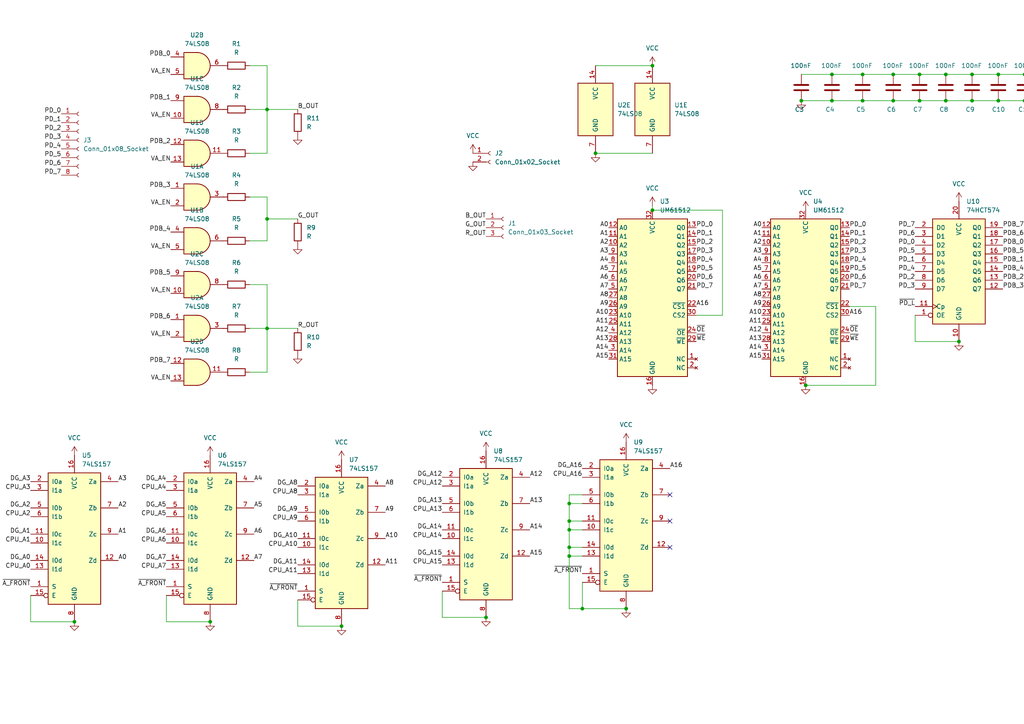
<source format=kicad_sch>
(kicad_sch (version 20250114) (generator "eeschema") (generator_version "9.0")
  (paper "A4")
  (lib_symbols
    (symbol "74xx:74HCT574" (pin_names (offset 1.016))
      (property "Reference" "U" (at -7.62 16.51 0))
      (property "Value" "74HCT574" (at -7.62 -16.51 0))
      (symbol "74HCT574_1_0"
        (pin input line (at -12.7 12.7 0) (length 5.08) (name "D0") (number "2"))
        (pin input line (at -12.7 10.16 0) (length 5.08) (name "D1") (number "3"))
        (pin input line (at -12.7 7.62 0) (length 5.08) (name "D2") (number "4"))
        (pin input line (at -12.7 5.08 0) (length 5.08) (name "D3") (number "5"))
        (pin input line (at -12.7 2.54 0) (length 5.08) (name "D4") (number "6"))
        (pin input line (at -12.7 0 0) (length 5.08) (name "D5") (number "7"))
        (pin input line (at -12.7 -2.54 0) (length 5.08) (name "D6") (number "8"))
        (pin input line (at -12.7 -5.08 0) (length 5.08) (name "D7") (number "9"))
        (pin input clock (at -12.7 -10.16 0) (length 5.08) (name "Cp") (number "11"))
        (pin input inverted (at -12.7 -12.7 0) (length 5.08) (name "OE") (number "1"))
        (pin power_in line (at 0 20.32 270) (length 5.08) (name "VCC") (number "20"))
        (pin power_in line (at 0 -20.32 90) (length 5.08) (name "GND") (number "10"))
        (pin tri_state line (at 12.7 12.7 180) (length 5.08) (name "Q0") (number "19"))
        (pin tri_state line (at 12.7 10.16 180) (length 5.08) (name "Q1") (number "18"))
        (pin tri_state line (at 12.7 7.62 180) (length 5.08) (name "Q2") (number "17"))
        (pin tri_state line (at 12.7 5.08 180) (length 5.08) (name "Q3") (number "16"))
        (pin tri_state line (at 12.7 2.54 180) (length 5.08) (name "Q4") (number "15"))
        (pin tri_state line (at 12.7 0 180) (length 5.08) (name "Q5") (number "14"))
        (pin tri_state line (at 12.7 -2.54 180) (length 5.08) (name "Q6") (number "13"))
        (pin tri_state line (at 12.7 -5.08 180) (length 5.08) (name "Q7") (number "12"))
      )
      (symbol "74HCT574_1_1"
        (rectangle (start -7.62 15.24) (end 7.62 -15.24) (stroke (width 0.254)) (fill (type background)))
      )
    )
    (symbol "74xx:74LS08" (pin_names (offset 1.016))
      (property "Reference" "U" (at 0 1.27 0))
      (property "Value" "74LS08" (at 0 -1.27 0))
      (symbol "74LS08_1_1"
        (arc (start 0 3.81) (mid 3.7934 0) (end 0 -3.81) (stroke (width 0.254)) (fill (type background)))
        (polyline (pts (xy 0 3.81) (xy -3.81 3.81) (xy -3.81 -3.81) (xy 0 -3.81)) (stroke (width 0.254)) (fill (type background)))
        (pin input line (at -7.62 2.54 0) (length 3.81) (name "~") (number "1"))
        (pin input line (at -7.62 -2.54 0) (length 3.81) (name "~") (number "2"))
        (pin output line (at 7.62 0 180) (length 3.81) (name "~") (number "3"))
      )
      (symbol "74LS08_1_2"
        (arc (start -3.81 3.81) (mid -2.589 0) (end -3.81 -3.81) (stroke (width 0.254)))
        (polyline (pts (xy -3.81 3.81) (xy -0.635 3.81)) (stroke (width 0.254)) (fill (type background)))
        (polyline (pts (xy -3.81 -3.81) (xy -0.635 -3.81)) (stroke (width 0.254)) (fill (type background)))
        (arc (start 3.81 0) (mid 2.1855 -2.584) (end -0.6096 -3.81) (stroke (width 0.254)) (fill (type background)))
        (arc (start -0.6096 3.81) (mid 2.1928 2.5924) (end 3.81 0) (stroke (width 0.254)) (fill (type background)))
        (polyline (pts (xy -0.635 3.81) (xy -3.81 3.81) (xy -3.81 3.81) (xy -3.556 3.4036) (xy -3.0226 2.2606) (xy -2.6924 1.0414) (xy -2.6162 -0.254) (xy -2.7686 -1.4986) (xy -3.175 -2.7178) (xy -3.81 -3.81) (xy -3.81 -3.81) (xy -0.635 -3.81)) (stroke (width -25.4)) (fill (type background)))
        (pin input inverted (at -7.62 2.54 0) (length 4.318) (name "~") (number "1"))
        (pin input inverted (at -7.62 -2.54 0) (length 4.318) (name "~") (number "2"))
        (pin output inverted (at 7.62 0 180) (length 3.81) (name "~") (number "3"))
      )
      (symbol "74LS08_2_1"
        (arc (start 0 3.81) (mid 3.7934 0) (end 0 -3.81) (stroke (width 0.254)) (fill (type background)))
        (polyline (pts (xy 0 3.81) (xy -3.81 3.81) (xy -3.81 -3.81) (xy 0 -3.81)) (stroke (width 0.254)) (fill (type background)))
        (pin input line (at -7.62 2.54 0) (length 3.81) (name "~") (number "4"))
        (pin input line (at -7.62 -2.54 0) (length 3.81) (name "~") (number "5"))
        (pin output line (at 7.62 0 180) (length 3.81) (name "~") (number "6"))
      )
      (symbol "74LS08_2_2"
        (arc (start -3.81 3.81) (mid -2.589 0) (end -3.81 -3.81) (stroke (width 0.254)))
        (polyline (pts (xy -3.81 3.81) (xy -0.635 3.81)) (stroke (width 0.254)) (fill (type background)))
        (polyline (pts (xy -3.81 -3.81) (xy -0.635 -3.81)) (stroke (width 0.254)) (fill (type background)))
        (arc (start 3.81 0) (mid 2.1855 -2.584) (end -0.6096 -3.81) (stroke (width 0.254)) (fill (type background)))
        (arc (start -0.6096 3.81) (mid 2.1928 2.5924) (end 3.81 0) (stroke (width 0.254)) (fill (type background)))
        (polyline (pts (xy -0.635 3.81) (xy -3.81 3.81) (xy -3.81 3.81) (xy -3.556 3.4036) (xy -3.0226 2.2606) (xy -2.6924 1.0414) (xy -2.6162 -0.254) (xy -2.7686 -1.4986) (xy -3.175 -2.7178) (xy -3.81 -3.81) (xy -3.81 -3.81) (xy -0.635 -3.81)) (stroke (width -25.4)) (fill (type background)))
        (pin input inverted (at -7.62 2.54 0) (length 4.318) (name "~") (number "4"))
        (pin input inverted (at -7.62 -2.54 0) (length 4.318) (name "~") (number "5"))
        (pin output inverted (at 7.62 0 180) (length 3.81) (name "~") (number "6"))
      )
      (symbol "74LS08_3_1"
        (arc (start 0 3.81) (mid 3.7934 0) (end 0 -3.81) (stroke (width 0.254)) (fill (type background)))
        (polyline (pts (xy 0 3.81) (xy -3.81 3.81) (xy -3.81 -3.81) (xy 0 -3.81)) (stroke (width 0.254)) (fill (type background)))
        (pin input line (at -7.62 2.54 0) (length 3.81) (name "~") (number "9"))
        (pin input line (at -7.62 -2.54 0) (length 3.81) (name "~") (number "10"))
        (pin output line (at 7.62 0 180) (length 3.81) (name "~") (number "8"))
      )
      (symbol "74LS08_3_2"
        (arc (start -3.81 3.81) (mid -2.589 0) (end -3.81 -3.81) (stroke (width 0.254)))
        (polyline (pts (xy -3.81 3.81) (xy -0.635 3.81)) (stroke (width 0.254)) (fill (type background)))
        (polyline (pts (xy -3.81 -3.81) (xy -0.635 -3.81)) (stroke (width 0.254)) (fill (type background)))
        (arc (start 3.81 0) (mid 2.1855 -2.584) (end -0.6096 -3.81) (stroke (width 0.254)) (fill (type background)))
        (arc (start -0.6096 3.81) (mid 2.1928 2.5924) (end 3.81 0) (stroke (width 0.254)) (fill (type background)))
        (polyline (pts (xy -0.635 3.81) (xy -3.81 3.81) (xy -3.81 3.81) (xy -3.556 3.4036) (xy -3.0226 2.2606) (xy -2.6924 1.0414) (xy -2.6162 -0.254) (xy -2.7686 -1.4986) (xy -3.175 -2.7178) (xy -3.81 -3.81) (xy -3.81 -3.81) (xy -0.635 -3.81)) (stroke (width -25.4)) (fill (type background)))
        (pin input inverted (at -7.62 2.54 0) (length 4.318) (name "~") (number "9"))
        (pin input inverted (at -7.62 -2.54 0) (length 4.318) (name "~") (number "10"))
        (pin output inverted (at 7.62 0 180) (length 3.81) (name "~") (number "8"))
      )
      (symbol "74LS08_4_1"
        (arc (start 0 3.81) (mid 3.7934 0) (end 0 -3.81) (stroke (width 0.254)) (fill (type background)))
        (polyline (pts (xy 0 3.81) (xy -3.81 3.81) (xy -3.81 -3.81) (xy 0 -3.81)) (stroke (width 0.254)) (fill (type background)))
        (pin input line (at -7.62 2.54 0) (length 3.81) (name "~") (number "12"))
        (pin input line (at -7.62 -2.54 0) (length 3.81) (name "~") (number "13"))
        (pin output line (at 7.62 0 180) (length 3.81) (name "~") (number "11"))
      )
      (symbol "74LS08_4_2"
        (arc (start -3.81 3.81) (mid -2.589 0) (end -3.81 -3.81) (stroke (width 0.254)))
        (polyline (pts (xy -3.81 3.81) (xy -0.635 3.81)) (stroke (width 0.254)) (fill (type background)))
        (polyline (pts (xy -3.81 -3.81) (xy -0.635 -3.81)) (stroke (width 0.254)) (fill (type background)))
        (arc (start 3.81 0) (mid 2.1855 -2.584) (end -0.6096 -3.81) (stroke (width 0.254)) (fill (type background)))
        (arc (start -0.6096 3.81) (mid 2.1928 2.5924) (end 3.81 0) (stroke (width 0.254)) (fill (type background)))
        (polyline (pts (xy -0.635 3.81) (xy -3.81 3.81) (xy -3.81 3.81) (xy -3.556 3.4036) (xy -3.0226 2.2606) (xy -2.6924 1.0414) (xy -2.6162 -0.254) (xy -2.7686 -1.4986) (xy -3.175 -2.7178) (xy -3.81 -3.81) (xy -3.81 -3.81) (xy -0.635 -3.81)) (stroke (width -25.4)) (fill (type background)))
        (pin input inverted (at -7.62 2.54 0) (length 4.318) (name "~") (number "12"))
        (pin input inverted (at -7.62 -2.54 0) (length 4.318) (name "~") (number "13"))
        (pin output inverted (at 7.62 0 180) (length 3.81) (name "~") (number "11"))
      )
      (symbol "74LS08_5_0"
        (pin power_in line (at 0 12.7 270) (length 5.08) (name "VCC") (number "14"))
        (pin power_in line (at 0 -12.7 90) (length 5.08) (name "GND") (number "7"))
      )
      (symbol "74LS08_5_1"
        (rectangle (start -5.08 7.62) (end 5.08 -7.62) (stroke (width 0.254)) (fill (type background)))
      )
    )
    (symbol "74xx:74LS157" (pin_names (offset 1.016))
      (property "Reference" "U" (at -7.62 19.05 0))
      (property "Value" "74LS157" (at -7.62 -21.59 0))
      (symbol "74LS157_1_0"
        (pin input line (at -12.7 15.24 0) (length 5.08) (name "I0a") (number "2"))
        (pin input line (at -12.7 12.7 0) (length 5.08) (name "I1a") (number "3"))
        (pin input line (at -12.7 7.62 0) (length 5.08) (name "I0b") (number "5"))
        (pin input line (at -12.7 5.08 0) (length 5.08) (name "I1b") (number "6"))
        (pin input line (at -12.7 0 0) (length 5.08) (name "I0c") (number "11"))
        (pin input line (at -12.7 -2.54 0) (length 5.08) (name "I1c") (number "10"))
        (pin input line (at -12.7 -7.62 0) (length 5.08) (name "I0d") (number "14"))
        (pin input line (at -12.7 -10.16 0) (length 5.08) (name "I1d") (number "13"))
        (pin input line (at -12.7 -15.24 0) (length 5.08) (name "S") (number "1"))
        (pin input inverted (at -12.7 -17.78 0) (length 5.08) (name "E") (number "15"))
        (pin power_in line (at 0 22.86 270) (length 5.08) (name "VCC") (number "16"))
        (pin power_in line (at 0 -25.4 90) (length 5.08) (name "GND") (number "8"))
        (pin output line (at 12.7 15.24 180) (length 5.08) (name "Za") (number "4"))
        (pin output line (at 12.7 7.62 180) (length 5.08) (name "Zb") (number "7"))
        (pin output line (at 12.7 0 180) (length 5.08) (name "Zc") (number "9"))
        (pin output line (at 12.7 -7.62 180) (length 5.08) (name "Zd") (number "12"))
      )
      (symbol "74LS157_1_1"
        (rectangle (start -7.62 17.78) (end 7.62 -20.32) (stroke (width 0.254)) (fill (type background)))
      )
    )
    (symbol "Connector:Conn_01x02_Socket" (pin_names (offset 1.016) (hide yes))
      (property "Reference" "J" (at 0 2.54 0))
      (property "Value" "Conn_01x02_Socket" (at 0 -5.08 0))
      (symbol "Conn_01x02_Socket_1_1"
        (polyline (pts (xy -1.27 0) (xy -0.508 0)) (stroke (width 0.1524)))
        (polyline (pts (xy -1.27 -2.54) (xy -0.508 -2.54)) (stroke (width 0.1524)))
        (arc (start 0 -0.508) (mid -0.5058 0) (end 0 0.508) (stroke (width 0.1524)))
        (arc (start 0 -3.048) (mid -0.5058 -2.54) (end 0 -2.032) (stroke (width 0.1524)))
        (pin passive line (at -5.08 0 0) (length 3.81) (name "Pin_1") (number "1"))
        (pin passive line (at -5.08 -2.54 0) (length 3.81) (name "Pin_2") (number "2"))
      )
    )
    (symbol "Connector:Conn_01x03_Socket" (pin_names (offset 1.016) (hide yes))
      (property "Reference" "J" (at 0 5.08 0))
      (property "Value" "Conn_01x03_Socket" (at 0 -5.08 0))
      (symbol "Conn_01x03_Socket_1_1"
        (polyline (pts (xy -1.27 2.54) (xy -0.508 2.54)) (stroke (width 0.1524)))
        (polyline (pts (xy -1.27 0) (xy -0.508 0)) (stroke (width 0.1524)))
        (polyline (pts (xy -1.27 -2.54) (xy -0.508 -2.54)) (stroke (width 0.1524)))
        (arc (start 0 2.032) (mid -0.5058 2.54) (end 0 3.048) (stroke (width 0.1524)))
        (arc (start 0 -0.508) (mid -0.5058 0) (end 0 0.508) (stroke (width 0.1524)))
        (arc (start 0 -3.048) (mid -0.5058 -2.54) (end 0 -2.032) (stroke (width 0.1524)))
        (pin passive line (at -5.08 2.54 0) (length 3.81) (name "Pin_1") (number "1"))
        (pin passive line (at -5.08 0 0) (length 3.81) (name "Pin_2") (number "2"))
        (pin passive line (at -5.08 -2.54 0) (length 3.81) (name "Pin_3") (number "3"))
      )
    )
    (symbol "Connector:Conn_01x08_Socket" (pin_names (offset 1.016) (hide yes))
      (property "Reference" "J" (at 0 10.16 0))
      (property "Value" "Conn_01x08_Socket" (at 0 -12.7 0))
      (symbol "Conn_01x08_Socket_1_1"
        (polyline (pts (xy -1.27 7.62) (xy -0.508 7.62)) (stroke (width 0.1524)))
        (polyline (pts (xy -1.27 5.08) (xy -0.508 5.08)) (stroke (width 0.1524)))
        (polyline (pts (xy -1.27 2.54) (xy -0.508 2.54)) (stroke (width 0.1524)))
        (polyline (pts (xy -1.27 0) (xy -0.508 0)) (stroke (width 0.1524)))
        (polyline (pts (xy -1.27 -2.54) (xy -0.508 -2.54)) (stroke (width 0.1524)))
        (polyline (pts (xy -1.27 -5.08) (xy -0.508 -5.08)) (stroke (width 0.1524)))
        (polyline (pts (xy -1.27 -7.62) (xy -0.508 -7.62)) (stroke (width 0.1524)))
        (polyline (pts (xy -1.27 -10.16) (xy -0.508 -10.16)) (stroke (width 0.1524)))
        (arc (start 0 7.112) (mid -0.5058 7.62) (end 0 8.128) (stroke (width 0.1524)))
        (arc (start 0 4.572) (mid -0.5058 5.08) (end 0 5.588) (stroke (width 0.1524)))
        (arc (start 0 2.032) (mid -0.5058 2.54) (end 0 3.048) (stroke (width 0.1524)))
        (arc (start 0 -0.508) (mid -0.5058 0) (end 0 0.508) (stroke (width 0.1524)))
        (arc (start 0 -3.048) (mid -0.5058 -2.54) (end 0 -2.032) (stroke (width 0.1524)))
        (arc (start 0 -5.588) (mid -0.5058 -5.08) (end 0 -4.572) (stroke (width 0.1524)))
        (arc (start 0 -8.128) (mid -0.5058 -7.62) (end 0 -7.112) (stroke (width 0.1524)))
        (arc (start 0 -10.668) (mid -0.5058 -10.16) (end 0 -9.652) (stroke (width 0.1524)))
        (pin passive line (at -5.08 7.62 0) (length 3.81) (name "Pin_1") (number "1"))
        (pin passive line (at -5.08 5.08 0) (length 3.81) (name "Pin_2") (number "2"))
        (pin passive line (at -5.08 2.54 0) (length 3.81) (name "Pin_3") (number "3"))
        (pin passive line (at -5.08 0 0) (length 3.81) (name "Pin_4") (number "4"))
        (pin passive line (at -5.08 -2.54 0) (length 3.81) (name "Pin_5") (number "5"))
        (pin passive line (at -5.08 -5.08 0) (length 3.81) (name "Pin_6") (number "6"))
        (pin passive line (at -5.08 -7.62 0) (length 3.81) (name "Pin_7") (number "7"))
        (pin passive line (at -5.08 -10.16 0) (length 3.81) (name "Pin_8") (number "8"))
      )
    )
    (symbol "Device:C" (pin_numbers (hide yes)) (pin_names (offset 0.254))
      (property "Reference" "C" (at 0.635 2.54 0))
      (property "Value" "C" (at 0.635 -2.54 0))
      (symbol "C_0_1"
        (polyline (pts (xy -2.032 0.762) (xy 2.032 0.762)) (stroke (width 0.508)))
        (polyline (pts (xy -2.032 -0.762) (xy 2.032 -0.762)) (stroke (width 0.508)))
      )
      (symbol "C_1_1"
        (pin passive line (at 0 3.81 270) (length 2.794) (name "~") (number "1"))
        (pin passive line (at 0 -3.81 90) (length 2.794) (name "~") (number "2"))
      )
    )
    (symbol "Device:R" (pin_numbers (hide yes)) (pin_names (offset 0))
      (property "Reference" "R" (at 2.032 0 90))
      (property "Value" "R" (at 0 0 90))
      (symbol "R_0_1"
        (rectangle (start -1.016 -2.54) (end 1.016 2.54) (stroke (width 0.254)))
      )
      (symbol "R_1_1"
        (pin passive line (at 0 3.81 270) (length 1.27) (name "~") (number "1"))
        (pin passive line (at 0 -3.81 90) (length 1.27) (name "~") (number "2"))
      )
    )
    (symbol "mem:UM61512"
      (property "Reference" "U" (at -10.16 20.955 0))
      (property "Value" "UM61512" (at 2.54 20.955 0))
      (symbol "UM61512_0_1"
        (rectangle (start -10.16 20.32) (end 10.16 -25.4) (stroke (width 0.254)) (fill (type background)))
      )
      (symbol "UM61512_1_0"
        (pin power_in line (at 0 22.86 270) (length 2.54) (name "VCC") (number "32"))
        (pin power_in line (at 0 -27.94 90) (length 2.54) (name "GND") (number "16"))
      )
      (symbol "UM61512_1_1"
        (pin input line (at -12.7 17.78 0) (length 2.54) (name "A0") (number "12"))
        (pin input line (at -12.7 15.24 0) (length 2.54) (name "A1") (number "11"))
        (pin input line (at -12.7 12.7 0) (length 2.54) (name "A2") (number "10"))
        (pin input line (at -12.7 10.16 0) (length 2.54) (name "A3") (number "9"))
        (pin input line (at -12.7 7.62 0) (length 2.54) (name "A4") (number "8"))
        (pin input line (at -12.7 5.08 0) (length 2.54) (name "A5") (number "7"))
        (pin input line (at -12.7 2.54 0) (length 2.54) (name "A6") (number "6"))
        (pin input line (at -12.7 0 0) (length 2.54) (name "A7") (number "5"))
        (pin input line (at -12.7 -2.54 0) (length 2.54) (name "A8") (number "27"))
        (pin input line (at -12.7 -5.08 0) (length 2.54) (name "A9") (number "26"))
        (pin input line (at -12.7 -7.62 0) (length 2.54) (name "A10") (number "23"))
        (pin input line (at -12.7 -10.16 0) (length 2.54) (name "A11") (number "25"))
        (pin input line (at -12.7 -12.7 0) (length 2.54) (name "A12") (number "4"))
        (pin input line (at -12.7 -15.24 0) (length 2.54) (name "A13") (number "28"))
        (pin input line (at -12.7 -17.78 0) (length 2.54) (name "A14") (number "3"))
        (pin input line (at -12.7 -20.32 0) (length 2.54) (name "A15") (number "31"))
        (pin tri_state line (at 12.7 17.78 180) (length 2.54) (name "Q0") (number "13"))
        (pin tri_state line (at 12.7 15.24 180) (length 2.54) (name "Q1") (number "14"))
        (pin tri_state line (at 12.7 12.7 180) (length 2.54) (name "Q2") (number "15"))
        (pin tri_state line (at 12.7 10.16 180) (length 2.54) (name "Q3") (number "17"))
        (pin tri_state line (at 12.7 7.62 180) (length 2.54) (name "Q4") (number "18"))
        (pin tri_state line (at 12.7 5.08 180) (length 2.54) (name "Q5") (number "19"))
        (pin tri_state line (at 12.7 2.54 180) (length 2.54) (name "Q6") (number "20"))
        (pin tri_state line (at 12.7 0 180) (length 2.54) (name "Q7") (number "21"))
        (pin input line (at 12.7 -5.08 180) (length 2.54) (name "~{CS1}") (number "22"))
        (pin input line (at 12.7 -7.62 180) (length 2.54) (name "CS2") (number "30"))
        (pin input line (at 12.7 -12.7 180) (length 2.54) (name "~{OE}") (number "24"))
        (pin input line (at 12.7 -15.24 180) (length 2.54) (name "~{WE}") (number "29"))
        (pin no_connect line (at 12.7 -20.32 180) (length 2.54) (name "NC") (number "1"))
        (pin no_connect line (at 12.7 -22.86 180) (length 2.54) (name "NC") (number "2"))
      )
    )
    (symbol "power:GND" (power) (pin_names (offset 0))
      (property "Value" "GND" (at 0 -3.81 0))
      (symbol "GND_0_1"
        (polyline (pts (xy 0 0) (xy 0 -1.27) (xy 1.27 -1.27) (xy 0 -2.54) (xy -1.27 -1.27) (xy 0 -1.27)))
      )
      (symbol "GND_1_1"
        (pin power_in line (at 0 0 270) (length 0) (hide yes) (name "GND") (number "1"))
      )
    )
    (symbol "power:VCC" (power) (pin_names (offset 0))
      (property "Value" "VCC" (at 0 3.81 0))
      (symbol "VCC_0_1"
        (polyline (pts (xy -0.762 1.27) (xy 0 2.54)))
        (polyline (pts (xy 0 2.54) (xy 0.762 1.27)))
        (polyline (pts (xy 0 0) (xy 0 2.54)))
      )
      (symbol "VCC_1_1"
        (pin power_in line (at 0 0 90) (length 0) (hide yes) (name "VCC") (number "1"))
      )
    )
  )
  (junction (at 77.47 63.5))
  (junction (at 165.1 151.13))
  (junction (at 165.1 161.29))
  (junction (at 266.7 21.59))
  (junction (at 140.97 179.07))
  (junction (at 259.08 21.59))
  (junction (at 77.47 95.25))
  (junction (at 241.3 29.21))
  (junction (at 250.19 21.59))
  (junction (at 172.72 44.45))
  (junction (at 189.23 19.05))
  (junction (at 165.1 146.05))
  (junction (at 250.19 29.21))
  (junction (at 233.68 111.76))
  (junction (at 259.08 29.21))
  (junction (at 189.23 60.96))
  (junction (at 274.32 21.59))
  (junction (at 274.32 29.21))
  (junction (at 77.47 31.75))
  (junction (at 289.56 21.59))
  (junction (at 289.56 29.21))
  (junction (at 266.7 29.21))
  (junction (at 232.41 29.21))
  (junction (at 281.94 21.59))
  (junction (at 281.94 29.21))
  (junction (at 297.18 21.59))
  (junction (at 297.18 29.21))
  (junction (at 278.13 99.06))
  (junction (at 165.1 153.67))
  (junction (at 99.06 181.61))
  (junction (at 304.8 21.59))
  (junction (at 60.96 180.34))
  (junction (at 168.91 176.53))
  (junction (at 181.61 176.53))
  (junction (at 241.3 21.59))
  (junction (at 165.1 158.75))
  (junction (at 21.59 180.34))
  (no_connect (at 194.31 151.13))
  (no_connect (at 194.31 143.51))
  (no_connect (at 194.31 158.75))
  (wire (pts (xy 72.39 19.05) (xy 77.47 19.05)))
  (wire (pts (xy 209.55 60.96) (xy 209.55 91.44)))
  (wire (pts (xy 77.47 95.25) (xy 86.36 95.25)))
  (wire (pts (xy 304.8 12.7) (xy 304.8 21.59)))
  (wire (pts (xy 77.47 57.15) (xy 77.47 63.5)))
  (wire (pts (xy 250.19 21.59) (xy 259.08 21.59)))
  (wire (pts (xy 281.94 21.59) (xy 289.56 21.59)))
  (wire (pts (xy 241.3 29.21) (xy 250.19 29.21)))
  (wire (pts (xy 165.1 161.29) (xy 165.1 176.53)))
  (wire (pts (xy 165.1 146.05) (xy 168.91 146.05)))
  (wire (pts (xy 77.47 63.5) (xy 77.47 69.85)))
  (wire (pts (xy 128.27 179.07) (xy 140.97 179.07)))
  (wire (pts (xy 165.1 153.67) (xy 165.1 158.75)))
  (wire (pts (xy 297.18 29.21) (xy 304.8 29.21)))
  (wire (pts (xy 172.72 44.45) (xy 189.23 44.45)))
  (wire (pts (xy 241.3 21.59) (xy 250.19 21.59)))
  (wire (pts (xy 77.47 82.55) (xy 77.47 95.25)))
  (wire (pts (xy 254 88.9) (xy 246.38 88.9)))
  (wire (pts (xy 289.56 29.21) (xy 297.18 29.21)))
  (wire (pts (xy 77.47 31.75) (xy 72.39 31.75)))
  (wire (pts (xy 254 111.76) (xy 254 88.9)))
  (wire (pts (xy 274.32 21.59) (xy 281.94 21.59)))
  (wire (pts (xy 72.39 95.25) (xy 77.47 95.25)))
  (wire (pts (xy 281.94 29.21) (xy 289.56 29.21)))
  (wire (pts (xy 209.55 91.44) (xy 201.93 91.44)))
  (wire (pts (xy 165.1 151.13) (xy 165.1 153.67)))
  (wire (pts (xy 165.1 158.75) (xy 165.1 161.29)))
  (wire (pts (xy 72.39 57.15) (xy 77.47 57.15)))
  (wire (pts (xy 172.72 19.05) (xy 189.23 19.05)))
  (wire (pts (xy 165.1 158.75) (xy 168.91 158.75)))
  (wire (pts (xy 281.94 29.21) (xy 274.32 29.21)))
  (wire (pts (xy 8.89 172.72) (xy 8.89 180.34)))
  (wire (pts (xy 189.23 60.96) (xy 209.55 60.96)))
  (wire (pts (xy 289.56 21.59) (xy 297.18 21.59)))
  (wire (pts (xy 250.19 29.21) (xy 259.08 29.21)))
  (wire (pts (xy 168.91 143.51) (xy 165.1 143.51)))
  (wire (pts (xy 77.47 107.95) (xy 72.39 107.95)))
  (wire (pts (xy 165.1 146.05) (xy 165.1 151.13)))
  (wire (pts (xy 189.23 59.69) (xy 189.23 60.96)))
  (wire (pts (xy 165.1 151.13) (xy 168.91 151.13)))
  (wire (pts (xy 181.61 176.53) (xy 168.91 176.53)))
  (wire (pts (xy 165.1 143.51) (xy 165.1 146.05)))
  (wire (pts (xy 77.47 95.25) (xy 77.47 107.95)))
  (wire (pts (xy 165.1 161.29) (xy 168.91 161.29)))
  (wire (pts (xy 86.36 173.99) (xy 86.36 181.61)))
  (wire (pts (xy 265.43 99.06) (xy 278.13 99.06)))
  (wire (pts (xy 48.26 180.34) (xy 60.96 180.34)))
  (wire (pts (xy 77.47 69.85) (xy 72.39 69.85)))
  (wire (pts (xy 266.7 29.21) (xy 274.32 29.21)))
  (wire (pts (xy 77.47 44.45) (xy 72.39 44.45)))
  (wire (pts (xy 77.47 31.75) (xy 86.36 31.75)))
  (wire (pts (xy 265.43 91.44) (xy 265.43 99.06)))
  (wire (pts (xy 241.3 21.59) (xy 232.41 21.59)))
  (wire (pts (xy 128.27 171.45) (xy 128.27 179.07)))
  (wire (pts (xy 168.91 176.53) (xy 165.1 176.53)))
  (wire (pts (xy 165.1 153.67) (xy 168.91 153.67)))
  (wire (pts (xy 77.47 31.75) (xy 77.47 44.45)))
  (wire (pts (xy 233.68 111.76) (xy 254 111.76)))
  (wire (pts (xy 72.39 82.55) (xy 77.47 82.55)))
  (wire (pts (xy 77.47 63.5) (xy 86.36 63.5)))
  (wire (pts (xy 86.36 181.61) (xy 99.06 181.61)))
  (wire (pts (xy 8.89 180.34) (xy 21.59 180.34)))
  (wire (pts (xy 168.91 168.91) (xy 168.91 176.53)))
  (wire (pts (xy 77.47 19.05) (xy 77.47 31.75)))
  (wire (pts (xy 259.08 29.21) (xy 266.7 29.21)))
  (wire (pts (xy 48.26 172.72) (xy 48.26 180.34)))
  (wire (pts (xy 266.7 21.59) (xy 274.32 21.59)))
  (wire (pts (xy 232.41 29.21) (xy 241.3 29.21)))
  (wire (pts (xy 297.18 21.59) (xy 304.8 21.59)))
  (wire (pts (xy 259.08 21.59) (xy 266.7 21.59)))
  (label "A6" (at 73.66 154.94 0))
  (label "A13" (at 153.67 146.05 0))
  (label "PD_7" (at 246.38 83.82 0))
  (label "A5" (at 220.98 78.74 180))
  (label "A0" (at 176.53 66.04 180))
  (label "~{A_FRONT}" (at 128.27 168.91 180))
  (label "CPU_A6" (at 48.26 157.48 180))
  (label "A0" (at 220.98 66.04 180))
  (label "PD_4" (at 17.78 43.18 180))
  (label "DG_A1" (at 8.89 154.94 180))
  (label "A8" (at 220.98 86.36 180))
  (label "CPU_A8" (at 86.36 143.51 180))
  (label "CPU_A7" (at 48.26 165.1 180))
  (label "PDB_1" (at 290.83 76.2 0))
  (label "PDB_2" (at 290.83 81.28 0))
  (label "CPU_A13" (at 128.27 148.59 180))
  (label "A11" (at 220.98 93.98 180))
  (label "A2" (at 220.98 71.12 180))
  (label "PD_3" (at 17.78 40.64 180))
  (label "VA_EN" (at 49.53 34.29 180))
  (label "A16" (at 194.31 135.89 0))
  (label "DG_A16" (at 168.91 135.89 180))
  (label "CPU_A14" (at 128.27 156.21 180))
  (label "~{A_FRONT}" (at 168.91 166.37 180))
  (label "G_OUT" (at 86.36 63.5 0))
  (label "DG_A8" (at 86.36 140.97 180))
  (label "DG_A6" (at 48.26 154.94 180))
  (label "PD_0" (at 246.38 66.04 0))
  (label "A5" (at 73.66 147.32 0))
  (label "A15" (at 153.67 161.29 0))
  (label "PD_3" (at 201.93 73.66 0))
  (label "A10" (at 176.53 91.44 180))
  (label "PDB_3" (at 49.53 54.61 180))
  (label "~{A_FRONT}" (at 8.89 170.18 180))
  (label "PDB_3" (at 290.83 83.82 0))
  (label "~{OE}" (at 246.38 96.52 0))
  (label "A5" (at 176.53 78.74 180))
  (label "A10" (at 220.98 91.44 180))
  (label "PDB_7" (at 290.83 66.04 0))
  (label "A12" (at 220.98 96.52 180))
  (label "A7" (at 220.98 83.82 180))
  (label "CPU_A10" (at 86.36 158.75 180))
  (label "CPU_A3" (at 8.89 142.24 180))
  (label "CPU_A12" (at 128.27 140.97 180))
  (label "PD_7" (at 265.43 66.04 180))
  (label "~{OE}" (at 201.93 96.52 0))
  (label "DG_A3" (at 8.89 139.7 180))
  (label "A1" (at 176.53 68.58 180))
  (label "VA_EN" (at 49.53 21.59 180))
  (label "PD_3" (at 246.38 73.66 0))
  (label "PD_6" (at 201.93 81.28 0))
  (label "~{WE}" (at 201.93 99.06 0))
  (label "DG_A0" (at 8.89 162.56 180))
  (label "A1" (at 34.29 154.94 0))
  (label "VA_EN" (at 49.53 85.09 180))
  (label "G_OUT" (at 140.97 66.04 180))
  (label "PD_2" (at 17.78 38.1 180))
  (label "PD_5" (at 265.43 73.66 180))
  (label "PD_2" (at 201.93 71.12 0))
  (label "CPU_A11" (at 86.36 166.37 180))
  (label "PD_2" (at 265.43 81.28 180))
  (label "PD_6" (at 265.43 68.58 180))
  (label "PD_7" (at 201.93 83.82 0))
  (label "PD_1" (at 201.93 68.58 0))
  (label "DG_A9" (at 86.36 148.59 180))
  (label "A10" (at 111.76 156.21 0))
  (label "DG_A10" (at 86.36 156.21 180))
  (label "VA_EN" (at 49.53 46.99 180))
  (label "A7" (at 73.66 162.56 0))
  (label "A2" (at 176.53 71.12 180))
  (label "PDB_4" (at 290.83 78.74 0))
  (label "CPU_A2" (at 8.89 149.86 180))
  (label "PD_5" (at 201.93 78.74 0))
  (label "A16" (at 201.93 88.9 0))
  (label "CPU_A15" (at 128.27 163.83 180))
  (label "DG_A13" (at 128.27 146.05 180))
  (label "CPU_A5" (at 48.26 149.86 180))
  (label "A7" (at 176.53 83.82 180))
  (label "A11" (at 111.76 163.83 0))
  (label "A6" (at 176.53 81.28 180))
  (label "PD_1" (at 17.78 35.56 180))
  (label "PDB_6" (at 49.53 92.71 180))
  (label "~{A_FRONT}" (at 86.36 171.45 180))
  (label "A4" (at 73.66 139.7 0))
  (label "PDB_2" (at 49.53 41.91 180))
  (label "PD_1" (at 265.43 76.2 180))
  (label "B_OUT" (at 140.97 63.5 180))
  (label "PD_0" (at 201.93 66.04 0))
  (label "PDB_1" (at 49.53 29.21 180))
  (label "R_OUT" (at 140.97 68.58 180))
  (label "PD_0" (at 17.78 33.02 180))
  (label "A12" (at 153.67 138.43 0))
  (label "DG_A12" (at 128.27 138.43 180))
  (label "A14" (at 153.67 153.67 0))
  (label "PD_4" (at 246.38 76.2 0))
  (label "B_OUT" (at 86.36 31.75 0))
  (label "A4" (at 176.53 76.2 180))
  (label "A15" (at 176.53 104.14 180))
  (label "A9" (at 111.76 148.59 0))
  (label "PDB_0" (at 49.53 16.51 180))
  (label "PDB_4" (at 49.53 67.31 180))
  (label "PD_5" (at 17.78 45.72 180))
  (label "A13" (at 176.53 99.06 180))
  (label "A12" (at 176.53 96.52 180))
  (label "DG_A7" (at 48.26 162.56 180))
  (label "PD_4" (at 265.43 78.74 180))
  (label "VA_EN" (at 49.53 72.39 180))
  (label "DG_A2" (at 8.89 147.32 180))
  (label "VA_EN" (at 49.53 110.49 180))
  (label "A9" (at 220.98 88.9 180))
  (label "DG_A4" (at 48.26 139.7 180))
  (label "CPU_A0" (at 8.89 165.1 180))
  (label "PD_6" (at 17.78 48.26 180))
  (label "PD_5" (at 246.38 78.74 0))
  (label "R_OUT" (at 86.36 95.25 0))
  (label "A14" (at 176.53 101.6 180))
  (label "PD_2" (at 246.38 71.12 0))
  (label "PD_6" (at 246.38 81.28 0))
  (label "DG_A15" (at 128.27 161.29 180))
  (label "A1" (at 220.98 68.58 180))
  (label "PDB_5" (at 290.83 73.66 0))
  (label "PDB_0" (at 290.83 71.12 0))
  (label "VA_EN" (at 49.53 59.69 180))
  (label "VA_EN" (at 49.53 97.79 180))
  (label "PD_4" (at 201.93 76.2 0))
  (label "CPU_A16" (at 168.91 138.43 180))
  (label "CPU_A1" (at 8.89 157.48 180))
  (label "PD_1" (at 246.38 68.58 0))
  (label "CPU_A9" (at 86.36 151.13 180))
  (label "A4" (at 220.98 76.2 180))
  (label "A16" (at 246.38 91.44 0))
  (label "DG_A5" (at 48.26 147.32 180))
  (label "A9" (at 176.53 88.9 180))
  (label "DG_A11" (at 86.36 163.83 180))
  (label "A8" (at 111.76 140.97 0))
  (label "A0" (at 34.29 162.56 0))
  (label "~{A_FRONT}" (at 48.26 170.18 180))
  (label "A2" (at 34.29 147.32 0))
  (label "A6" (at 220.98 81.28 180))
  (label "A14" (at 220.98 101.6 180))
  (label "CPU_A4" (at 48.26 142.24 180))
  (label "PD_3" (at 265.43 83.82 180))
  (label "A15" (at 220.98 104.14 180))
  (label "A11" (at 176.53 93.98 180))
  (label "PD_0" (at 265.43 71.12 180))
  (label "A3" (at 176.53 73.66 180))
  (label "PD_7" (at 17.78 50.8 180))
  (label "A13" (at 220.98 99.06 180))
  (label "A3" (at 220.98 73.66 180))
  (label "PDB_5" (at 49.53 80.01 180))
  (label "A3" (at 34.29 139.7 0))
  (label "~{PD_L}" (at 265.43 88.9 180))
  (label "A8" (at 176.53 86.36 180))
  (label "DG_A14" (at 128.27 153.67 180))
  (label "~{WE}" (at 246.38 99.06 0))
  (label "PDB_7" (at 49.53 105.41 180))
  (label "PDB_6" (at 290.83 68.58 0))
  (symbol (lib_id "power:GND") (at 60.96 180.34 0) (unit 1)
    (property "Reference" "#PWR034" (effects (hide yes)))
    (property "Value" "GND" (effects (hide yes)))
  )
  (symbol (lib_id "Device:C") (at 241.3 25.4 0) (unit 1)
    (property "Reference" "C4" (at 239.395 31.75 0) (effects (justify left)))
    (property "Value" "100nF" (at 238.125 19.05 0) (effects (justify left)))
    (property "Footprint" "Capacitor_SMD:C_0805_2012Metric_Pad1.18x1.45mm_HandSolder" (effects (hide yes)))
  )
  (symbol (lib_id "power:GND") (at 21.59 180.34 0) (unit 1)
    (property "Reference" "#PWR035" (effects (hide yes)))
    (property "Value" "GND" (effects (hide yes)))
  )
  (symbol (lib_id "Device:R") (at 68.58 82.55 90) (unit 1)
    (property "Reference" "R6" (at 68.58 76.2 90))
    (property "Value" "R" (at 68.58 78.74 90))
    (property "Footprint" "Resistor_THT:R_Axial_DIN0204_L3.6mm_D1.6mm_P7.62mm_Horizontal" (effects (hide yes)))
    (property "Description" "Resistor" (effects (hide yes)))
  )
  (symbol (lib_id "Device:R") (at 68.58 69.85 90) (unit 1)
    (property "Reference" "R5" (at 68.58 63.5 90))
    (property "Value" "R" (at 68.58 66.04 90))
    (property "Footprint" "Resistor_THT:R_Axial_DIN0204_L3.6mm_D1.6mm_P7.62mm_Horizontal" (effects (hide yes)))
    (property "Description" "Resistor" (effects (hide yes)))
  )
  (symbol (lib_id "74xx:74LS08") (at 189.23 31.75 0) (unit 5)
    (property "Reference" "U1" (at 195.58 30.4799 0) (effects (justify left)))
    (property "Value" "74LS08" (at 195.58 33.0199 0) (effects (justify left)))
    (property "Footprint" "Package_SO:SO-14_3.9x8.65mm_P1.27mm" (effects (hide yes)))
    (property "Datasheet" "http://www.ti.com/lit/gpn/sn74LS08" (effects (hide yes)))
    (property "Description" "Quad And2" (effects (hide yes)))
  )
  (symbol (lib_id "Device:R") (at 68.58 19.05 90) (unit 1)
    (property "Reference" "R1" (at 68.58 12.7 90))
    (property "Value" "R" (at 68.58 15.24 90))
    (property "Footprint" "Resistor_THT:R_Axial_DIN0204_L3.6mm_D1.6mm_P7.62mm_Horizontal" (effects (hide yes)))
    (property "Description" "Resistor" (effects (hide yes)))
  )
  (symbol (lib_id "74xx:74LS157") (at 21.59 154.94 0) (unit 1)
    (property "Reference" "U5" (at 23.7333 132.08 0) (effects (justify left)))
    (property "Value" "74LS157" (at 23.7333 134.62 0) (effects (justify left)))
    (property "Footprint" "Package_SO:SO-16_3.9x9.9mm_P1.27mm" (effects (hide yes)))
    (property "Datasheet" "http://www.ti.com/lit/gpn/sn74LS157" (effects (hide yes)))
    (property "Description" "Quad 2 to 1 line Multiplexer" (effects (hide yes)))
  )
  (symbol (lib_id "Device:C") (at 304.8 25.4 0) (unit 1)
    (property "Reference" "C12" (at 302.895 31.75 0) (effects (justify left)))
    (property "Value" "100nF" (at 301.625 19.05 0) (effects (justify left)))
    (property "Footprint" "Capacitor_SMD:C_0805_2012Metric_Pad1.18x1.45mm_HandSolder" (effects (hide yes)))
  )
  (symbol (lib_id "Device:R") (at 68.58 107.95 90) (unit 1)
    (property "Reference" "R8" (at 68.58 101.6 90))
    (property "Value" "R" (at 68.58 104.14 90))
    (property "Footprint" "Resistor_THT:R_Axial_DIN0204_L3.6mm_D1.6mm_P7.62mm_Horizontal" (effects (hide yes)))
    (property "Description" "Resistor" (effects (hide yes)))
  )
  (symbol (lib_id "74xx:74LS08") (at 57.15 95.25 0) (unit 1)
    (property "Reference" "U2" (at 57.1417 86.36 0))
    (property "Value" "74LS08" (at 57.1417 88.9 0))
    (property "Footprint" "Package_SO:SO-14_3.9x8.65mm_P1.27mm" (effects (hide yes)))
    (property "Datasheet" "http://www.ti.com/lit/gpn/sn74LS08" (effects (hide yes)))
    (property "Description" "Quad And2" (effects (hide yes)))
  )
  (symbol (lib_id "Device:C") (at 297.18 25.4 0) (unit 1)
    (property "Reference" "C11" (at 295.275 31.75 0) (effects (justify left)))
    (property "Value" "100nF" (at 294.005 19.05 0) (effects (justify left)))
    (property "Footprint" "Capacitor_SMD:C_0805_2012Metric_Pad1.18x1.45mm_HandSolder" (effects (hide yes)))
  )
  (symbol (lib_id "Connector:Conn_01x08_Socket") (at 22.86 40.64 0) (unit 1)
    (property "Reference" "J3" (at 24.13 40.6399 0) (effects (justify left)))
    (property "Value" "Conn_01x08_Socket" (at 24.13 43.1799 0) (effects (justify left)))
    (property "Footprint" "Connector_PinSocket_2.54mm:PinSocket_1x08_P2.54mm_Vertical" (effects (hide yes)))
    (property "Description" "Generic connector, single row, 01x08, script generated" (effects (hide yes)))
  )
  (symbol (lib_id "Device:R") (at 68.58 31.75 90) (unit 1)
    (property "Reference" "R2" (at 68.58 25.4 90))
    (property "Value" "R" (at 68.58 27.94 90))
    (property "Footprint" "Resistor_THT:R_Axial_DIN0204_L3.6mm_D1.6mm_P7.62mm_Horizontal" (effects (hide yes)))
    (property "Description" "Resistor" (effects (hide yes)))
  )
  (symbol (lib_id "Device:R") (at 68.58 57.15 90) (unit 1)
    (property "Reference" "R4" (at 68.58 50.8 90))
    (property "Value" "R" (at 68.58 53.34 90))
    (property "Footprint" "Resistor_THT:R_Axial_DIN0204_L3.6mm_D1.6mm_P7.62mm_Horizontal" (effects (hide yes)))
    (property "Description" "Resistor" (effects (hide yes)))
  )
  (symbol (lib_id "Device:R") (at 86.36 99.06 180) (unit 1)
    (property "Reference" "R10" (at 88.9 97.7899 0) (effects (justify right)))
    (property "Value" "R" (at 88.9 100.3299 0) (effects (justify right)))
    (property "Footprint" "Resistor_THT:R_Axial_DIN0204_L3.6mm_D1.6mm_P7.62mm_Horizontal" (effects (hide yes)))
    (property "Description" "Resistor" (effects (hide yes)))
  )
  (symbol (lib_id "74xx:74LS08") (at 172.72 31.75 0) (unit 5)
    (property "Reference" "U2" (at 179.07 30.4799 0) (effects (justify left)))
    (property "Value" "74LS08" (at 179.07 33.0199 0) (effects (justify left)))
    (property "Footprint" "Package_SO:SO-14_3.9x8.65mm_P1.27mm" (effects (hide yes)))
    (property "Datasheet" "http://www.ti.com/lit/gpn/sn74LS08" (effects (hide yes)))
    (property "Description" "Quad And2" (effects (hide yes)))
  )
  (symbol (lib_id "power:VCC") (at 181.61 128.27 0) (mirror y) (unit 1)
    (property "Reference" "#PWR045" (effects (hide yes)))
    (property "Value" "VCC" (at 181.61 123.19 0))
  )
  (symbol (lib_id "Device:R") (at 86.36 35.56 180) (unit 1)
    (property "Reference" "R11" (at 88.9 34.2899 0) (effects (justify right)))
    (property "Value" "R" (at 88.9 36.8299 0) (effects (justify right)))
    (property "Footprint" "Resistor_THT:R_Axial_DIN0204_L3.6mm_D1.6mm_P7.62mm_Horizontal" (effects (hide yes)))
    (property "Description" "Resistor" (effects (hide yes)))
  )
  (symbol (lib_id "Device:R") (at 68.58 44.45 90) (unit 1)
    (property "Reference" "R3" (at 68.58 38.1 90))
    (property "Value" "R" (at 68.58 40.64 90))
    (property "Footprint" "Resistor_THT:R_Axial_DIN0204_L3.6mm_D1.6mm_P7.62mm_Horizontal" (effects (hide yes)))
    (property "Description" "Resistor" (effects (hide yes)))
  )
  (symbol (lib_id "74xx:74LS08") (at 57.15 44.45 0) (unit 4)
    (property "Reference" "U1" (at 57.1417 35.56 0))
    (property "Value" "74LS08" (at 57.1417 38.1 0))
    (property "Footprint" "Package_SO:SO-14_3.9x8.65mm_P1.27mm" (effects (hide yes)))
    (property "Datasheet" "http://www.ti.com/lit/gpn/sn74LS08" (effects (hide yes)))
    (property "Description" "Quad And2" (effects (hide yes)))
  )
  (symbol (lib_id "Device:C") (at 232.41 25.4 0) (unit 1)
    (property "Reference" "C3" (at 230.505 31.75 0) (effects (justify left)))
    (property "Value" "100nF" (at 229.235 19.05 0) (effects (justify left)))
    (property "Footprint" "Capacitor_SMD:C_0805_2012Metric_Pad1.18x1.45mm_HandSolder" (effects (hide yes)))
  )
  (symbol (lib_id "Device:R") (at 86.36 67.31 180) (unit 1)
    (property "Reference" "R9" (at 88.9 66.0399 0) (effects (justify right)))
    (property "Value" "R" (at 88.9 68.5799 0) (effects (justify right)))
    (property "Footprint" "Resistor_THT:R_Axial_DIN0204_L3.6mm_D1.6mm_P7.62mm_Horizontal" (effects (hide yes)))
    (property "Description" "Resistor" (effects (hide yes)))
  )
  (symbol (lib_id "power:GND") (at 278.13 99.06 0) (unit 1)
    (property "Reference" "#PWR036" (effects (hide yes)))
    (property "Value" "GND" (effects (hide yes)))
  )
  (symbol (lib_id "Device:C") (at 259.08 25.4 0) (unit 1)
    (property "Reference" "C6" (at 257.175 31.75 0) (effects (justify left)))
    (property "Value" "100nF" (at 255.905 19.05 0) (effects (justify left)))
    (property "Footprint" "Capacitor_SMD:C_0805_2012Metric_Pad1.18x1.45mm_HandSolder" (effects (hide yes)))
  )
  (symbol (lib_id "74xx:74LS08") (at 57.15 31.75 0) (unit 3)
    (property "Reference" "U1" (at 57.1417 22.86 0))
    (property "Value" "74LS08" (at 57.1417 25.4 0))
    (property "Footprint" "Package_SO:SO-14_3.9x8.65mm_P1.27mm" (effects (hide yes)))
    (property "Datasheet" "http://www.ti.com/lit/gpn/sn74LS08" (effects (hide yes)))
    (property "Description" "Quad And2" (effects (hide yes)))
  )
  (symbol (lib_id "74xx:74LS157") (at 140.97 153.67 0) (unit 1)
    (property "Reference" "U8" (at 143.1133 130.81 0) (effects (justify left)))
    (property "Value" "74LS157" (at 143.1133 133.35 0) (effects (justify left)))
    (property "Footprint" "Package_SO:SO-16_3.9x9.9mm_P1.27mm" (effects (hide yes)))
    (property "Datasheet" "http://www.ti.com/lit/gpn/sn74LS157" (effects (hide yes)))
    (property "Description" "Quad 2 to 1 line Multiplexer" (effects (hide yes)))
  )
  (symbol (lib_id "74xx:74LS157") (at 99.06 156.21 0) (unit 1)
    (property "Reference" "U7" (at 101.2033 133.35 0) (effects (justify left)))
    (property "Value" "74LS157" (at 101.2033 135.89 0) (effects (justify left)))
    (property "Footprint" "Package_SO:SO-16_3.9x9.9mm_P1.27mm" (effects (hide yes)))
    (property "Datasheet" "http://www.ti.com/lit/gpn/sn74LS157" (effects (hide yes)))
    (property "Description" "Quad 2 to 1 line Multiplexer" (effects (hide yes)))
  )
  (symbol (lib_id "Device:C") (at 274.32 25.4 0) (unit 1)
    (property "Reference" "C8" (at 272.415 31.75 0) (effects (justify left)))
    (property "Value" "100nF" (at 271.145 19.05 0) (effects (justify left)))
    (property "Footprint" "Capacitor_SMD:C_0805_2012Metric_Pad1.18x1.45mm_HandSolder" (effects (hide yes)))
  )
  (symbol (lib_id "power:GND") (at 86.36 71.12 0) (unit 1)
    (property "Reference" "#PWR026" (effects (hide yes)))
    (property "Value" "GND" (effects (hide yes)))
  )
  (symbol (lib_id "power:GND") (at 86.36 39.37 0) (unit 1)
    (property "Reference" "#PWR025" (effects (hide yes)))
    (property "Value" "GND" (effects (hide yes)))
  )
  (symbol (lib_id "74xx:74LS157") (at 60.96 154.94 0) (unit 1)
    (property "Reference" "U6" (at 63.1033 132.08 0) (effects (justify left)))
    (property "Value" "74LS157" (at 63.1033 134.62 0) (effects (justify left)))
    (property "Footprint" "Package_SO:SO-16_3.9x9.9mm_P1.27mm" (effects (hide yes)))
    (property "Datasheet" "http://www.ti.com/lit/gpn/sn74LS157" (effects (hide yes)))
    (property "Description" "Quad 2 to 1 line Multiplexer" (effects (hide yes)))
  )
  (symbol (lib_id "74xx:74HCT574") (at 278.13 78.74 0) (unit 1)
    (property "Reference" "U10" (at 280.2733 58.42 0) (effects (justify left)))
    (property "Value" "74HCT574" (at 280.2733 60.96 0) (effects (justify left)))
    (property "Footprint" "Package_SO:SO-20_5.3x12.6mm_P1.27mm" (effects (hide yes)))
    (property "Datasheet" "http://www.ti.com/lit/gpn/sn74HCT574" (effects (hide yes)))
    (property "Description" "8-bit Register, 3-state outputs" (effects (hide yes)))
  )
  (symbol (lib_id "Connector:Conn_01x03_Socket") (at 146.05 66.04 0) (unit 1)
    (property "Reference" "J1" (at 147.32 64.7699 0) (effects (justify left)))
    (property "Value" "Conn_01x03_Socket" (at 147.32 67.3099 0) (effects (justify left)))
    (property "Footprint" "Connector_PinSocket_2.54mm:PinSocket_1x03_P2.54mm_Vertical" (effects (hide yes)))
    (property "Description" "Generic connector, single row, 01x03, script generated" (effects (hide yes)))
  )
  (symbol (lib_id "power:GND") (at 99.06 181.61 0) (unit 1)
    (property "Reference" "#PWR033" (effects (hide yes)))
    (property "Value" "GND" (effects (hide yes)))
  )
  (symbol (lib_id "power:GND") (at 140.97 179.07 0) (unit 1)
    (property "Reference" "#PWR032" (effects (hide yes)))
    (property "Value" "GND" (effects (hide yes)))
  )
  (symbol (lib_id "power:VCC") (at 233.68 60.96 0) (unit 1)
    (property "Reference" "#PWR044" (effects (hide yes)))
    (property "Value" "VCC" (at 233.68 55.88 0))
  )
  (symbol (lib_id "power:VCC") (at 189.23 59.69 0) (mirror y) (unit 1)
    (property "Reference" "#PWR043" (effects (hide yes)))
    (property "Value" "VCC" (at 189.23 54.61 0))
  )
  (symbol (lib_id "power:VCC") (at 137.16 44.45 0) (unit 1)
    (property "Reference" "#PWR042" (effects (hide yes)))
    (property "Value" "VCC" (at 137.16 39.37 0))
  )
  (symbol (lib_id "Device:C") (at 266.7 25.4 0) (unit 1)
    (property "Reference" "C7" (at 264.795 31.75 0) (effects (justify left)))
    (property "Value" "100nF" (at 263.525 19.05 0) (effects (justify left)))
    (property "Footprint" "Capacitor_SMD:C_0805_2012Metric_Pad1.18x1.45mm_HandSolder" (effects (hide yes)))
  )
  (symbol (lib_id "Device:C") (at 250.19 25.4 0) (unit 1)
    (property "Reference" "C5" (at 248.285 31.75 0) (effects (justify left)))
    (property "Value" "100nF" (at 247.015 19.05 0) (effects (justify left)))
    (property "Footprint" "Capacitor_SMD:C_0805_2012Metric_Pad1.18x1.45mm_HandSolder" (effects (hide yes)))
  )
  (symbol (lib_id "74xx:74LS08") (at 57.15 57.15 0) (unit 1)
    (property "Reference" "U1" (at 57.1417 48.26 0))
    (property "Value" "74LS08" (at 57.1417 50.8 0))
    (property "Footprint" "Package_SO:SO-14_3.9x8.65mm_P1.27mm" (effects (hide yes)))
    (property "Datasheet" "http://www.ti.com/lit/gpn/sn74LS08" (effects (hide yes)))
    (property "Description" "Quad And2" (effects (hide yes)))
  )
  (symbol (lib_id "power:VCC") (at 99.06 133.35 0) (mirror y) (unit 1)
    (property "Reference" "#PWR047" (effects (hide yes)))
    (property "Value" "VCC" (at 99.06 128.27 0))
  )
  (symbol (lib_id "74xx:74LS08") (at 57.15 19.05 0) (unit 2)
    (property "Reference" "U2" (at 57.1417 10.16 0))
    (property "Value" "74LS08" (at 57.1417 12.7 0))
    (property "Footprint" "Package_SO:SO-14_3.9x8.65mm_P1.27mm" (effects (hide yes)))
    (property "Datasheet" "http://www.ti.com/lit/gpn/sn74LS08" (effects (hide yes)))
    (property "Description" "Quad And2" (effects (hide yes)))
  )
  (symbol (lib_id "74xx:74LS08") (at 57.15 82.55 0) (unit 3)
    (property "Reference" "U2" (at 57.1417 73.66 0))
    (property "Value" "74LS08" (at 57.1417 76.2 0))
    (property "Footprint" "Package_SO:SO-14_3.9x8.65mm_P1.27mm" (effects (hide yes)))
    (property "Datasheet" "http://www.ti.com/lit/gpn/sn74LS08" (effects (hide yes)))
    (property "Description" "Quad And2" (effects (hide yes)))
  )
  (symbol (lib_id "Device:C") (at 289.56 25.4 0) (unit 1)
    (property "Reference" "C10" (at 287.655 31.75 0) (effects (justify left)))
    (property "Value" "100nF" (at 286.385 19.05 0) (effects (justify left)))
    (property "Footprint" "Capacitor_SMD:C_0805_2012Metric_Pad1.18x1.45mm_HandSolder" (effects (hide yes)))
  )
  (symbol (lib_id "74xx:74LS08") (at 57.15 69.85 0) (unit 2)
    (property "Reference" "U1" (at 57.1417 60.96 0))
    (property "Value" "74LS08" (at 57.1417 63.5 0))
    (property "Footprint" "Package_SO:SO-14_3.9x8.65mm_P1.27mm" (effects (hide yes)))
    (property "Datasheet" "http://www.ti.com/lit/gpn/sn74LS08" (effects (hide yes)))
    (property "Description" "Quad And2" (effects (hide yes)))
  )
  (symbol (lib_id "Device:R") (at 68.58 95.25 90) (unit 1)
    (property "Reference" "R7" (at 68.58 88.9 90))
    (property "Value" "R" (at 68.58 91.44 90))
    (property "Footprint" "Resistor_THT:R_Axial_DIN0204_L3.6mm_D1.6mm_P7.62mm_Horizontal" (effects (hide yes)))
    (property "Description" "Resistor" (effects (hide yes)))
  )
  (symbol (lib_id "power:VCC") (at 278.13 58.42 0) (unit 1)
    (property "Reference" "#PWR050" (effects (hide yes)))
    (property "Value" "VCC" (at 278.13 53.34 0))
  )
  (symbol (lib_id "Device:C") (at 281.94 25.4 0) (unit 1)
    (property "Reference" "C9" (at 280.035 31.75 0) (effects (justify left)))
    (property "Value" "100nF" (at 278.765 19.05 0) (effects (justify left)))
    (property "Footprint" "Capacitor_SMD:C_0805_2012Metric_Pad1.18x1.45mm_HandSolder" (effects (hide yes)))
  )
  (symbol (lib_id "power:VCC") (at 140.97 130.81 0) (mirror y) (unit 1)
    (property "Reference" "#PWR046" (effects (hide yes)))
    (property "Value" "VCC" (at 140.97 125.73 0))
  )
  (symbol (lib_id "power:VCC") (at 21.59 132.08 0) (mirror y) (unit 1)
    (property "Reference" "#PWR049" (effects (hide yes)))
    (property "Value" "VCC" (at 21.59 127 0))
  )
  (symbol (lib_id "power:GND") (at 189.23 111.76 0) (unit 1)
    (property "Reference" "#PWR029" (effects (hide yes)))
    (property "Value" "GND" (effects (hide yes)))
  )
  (symbol (lib_id "power:GND") (at 172.72 44.45 0) (unit 1)
    (property "Reference" "#PWR024" (effects (hide yes)))
    (property "Value" "GND" (effects (hide yes)))
  )
  (symbol (lib_id "mem:UM61512") (at 233.68 83.82 0) (unit 1)
    (property "Reference" "U4" (at 235.8233 58.42 0) (effects (justify left)))
    (property "Value" "UM61512" (at 235.8233 60.96 0) (effects (justify left)))
    (property "Footprint" "Package_DIP:DIP-32_W7.62mm" (effects (hide yes)))
    (property "Datasheet" "https://www.futurlec.com/Datasheet/Memory/62256.pdf" (effects (hide yes)))
    (property "Description" "32Kx8 bit Low Power CMOS Static RAM, 55/70ns, DIP-28" (effects (hide yes)))
  )
  (symbol (lib_id "power:VCC") (at 304.8 12.7 0) (unit 1)
    (property "Reference" "#PWR040" (effects (hide yes)))
    (property "Value" "VCC" (at 304.8 7.62 0))
  )
  (symbol (lib_id "power:GND") (at 232.41 29.21 0) (unit 1)
    (property "Reference" "#PWR023" (effects (hide yes)))
    (property "Value" "GND" (effects (hide yes)))
  )
  (symbol (lib_id "mem:UM61512") (at 189.23 83.82 0) (unit 1)
    (property "Reference" "U3" (at 191.3733 58.42 0) (effects (justify left)))
    (property "Value" "UM61512" (at 191.3733 60.96 0) (effects (justify left)))
    (property "Footprint" "Package_DIP:DIP-32_W7.62mm" (effects (hide yes)))
    (property "Datasheet" "https://www.futurlec.com/Datasheet/Memory/62256.pdf" (effects (hide yes)))
    (property "Description" "32Kx8 bit Low Power CMOS Static RAM, 55/70ns, DIP-28" (effects (hide yes)))
  )
  (symbol (lib_id "power:VCC") (at 189.23 19.05 0) (unit 1)
    (property "Reference" "#PWR041" (effects (hide yes)))
    (property "Value" "VCC" (at 189.23 13.97 0))
  )
  (symbol (lib_id "Connector:Conn_01x02_Socket") (at 142.24 44.45 0) (unit 1)
    (property "Reference" "J2" (at 143.51 44.4499 0) (effects (justify left)))
    (property "Value" "Conn_01x02_Socket" (at 143.51 46.9899 0) (effects (justify left)))
    (property "Footprint" "Connector_PinSocket_2.54mm:PinSocket_1x02_P2.54mm_Vertical" (effects (hide yes)))
    (property "Description" "Generic connector, single row, 01x02, script generated" (effects (hide yes)))
  )
  (symbol (lib_id "power:GND") (at 181.61 176.53 0) (unit 1)
    (property "Reference" "#PWR031" (effects (hide yes)))
    (property "Value" "GND" (effects (hide yes)))
  )
  (symbol (lib_id "power:GND") (at 233.68 111.76 0) (unit 1)
    (property "Reference" "#PWR030" (effects (hide yes)))
    (property "Value" "GND" (effects (hide yes)))
  )
  (symbol (lib_id "power:VCC") (at 60.96 132.08 0) (mirror y) (unit 1)
    (property "Reference" "#PWR048" (effects (hide yes)))
    (property "Value" "VCC" (at 60.96 127 0))
  )
  (symbol (lib_id "74xx:74LS08") (at 57.15 107.95 0) (unit 4)
    (property "Reference" "U2" (at 57.1417 99.06 0))
    (property "Value" "74LS08" (at 57.1417 101.6 0))
    (property "Footprint" "Package_SO:SO-14_3.9x8.65mm_P1.27mm" (effects (hide yes)))
    (property "Datasheet" "http://www.ti.com/lit/gpn/sn74LS08" (effects (hide yes)))
    (property "Description" "Quad And2" (effects (hide yes)))
  )
  (symbol (lib_id "power:GND") (at 86.36 102.87 0) (unit 1)
    (property "Reference" "#PWR027" (effects (hide yes)))
    (property "Value" "GND" (effects (hide yes)))
  )
  (symbol (lib_id "power:GND") (at 137.16 46.99 0) (unit 1)
    (property "Reference" "#PWR028" (effects (hide yes)))
    (property "Value" "GND" (effects (hide yes)))
  )
  (symbol (lib_id "74xx:74LS157") (at 181.61 151.13 0) (unit 1)
    (property "Reference" "U9" (at 183.7533 128.27 0) (effects (justify left)))
    (property "Value" "74LS157" (at 183.7533 130.81 0) (effects (justify left)))
    (property "Footprint" "Package_SO:SO-16_3.9x9.9mm_P1.27mm" (effects (hide yes)))
    (property "Datasheet" "http://www.ti.com/lit/gpn/sn74LS157" (effects (hide yes)))
    (property "Description" "Quad 2 to 1 line Multiplexer" (effects (hide yes)))
  )
)
</source>
